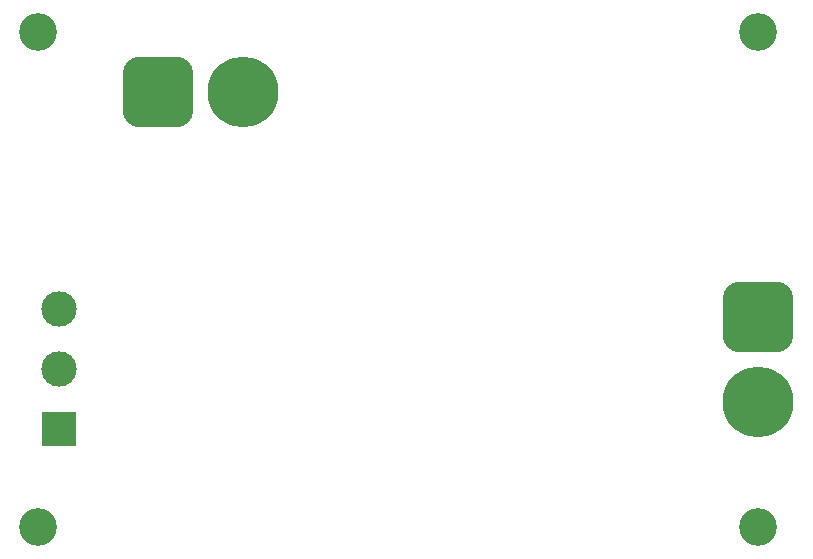
<source format=gbs>
G04 #@! TF.GenerationSoftware,KiCad,Pcbnew,6.0.9-8da3e8f707~116~ubuntu22.04.1*
G04 #@! TF.CreationDate,2022-12-04T14:32:32+01:00*
G04 #@! TF.ProjectId,pcb_15V,7063625f-3135-4562-9e6b-696361645f70,rev?*
G04 #@! TF.SameCoordinates,Original*
G04 #@! TF.FileFunction,Soldermask,Bot*
G04 #@! TF.FilePolarity,Negative*
%FSLAX46Y46*%
G04 Gerber Fmt 4.6, Leading zero omitted, Abs format (unit mm)*
G04 Created by KiCad (PCBNEW 6.0.9-8da3e8f707~116~ubuntu22.04.1) date 2022-12-04 14:32:32*
%MOMM*%
%LPD*%
G01*
G04 APERTURE LIST*
G04 Aperture macros list*
%AMRoundRect*
0 Rectangle with rounded corners*
0 $1 Rounding radius*
0 $2 $3 $4 $5 $6 $7 $8 $9 X,Y pos of 4 corners*
0 Add a 4 corners polygon primitive as box body*
4,1,4,$2,$3,$4,$5,$6,$7,$8,$9,$2,$3,0*
0 Add four circle primitives for the rounded corners*
1,1,$1+$1,$2,$3*
1,1,$1+$1,$4,$5*
1,1,$1+$1,$6,$7*
1,1,$1+$1,$8,$9*
0 Add four rect primitives between the rounded corners*
20,1,$1+$1,$2,$3,$4,$5,0*
20,1,$1+$1,$4,$5,$6,$7,0*
20,1,$1+$1,$6,$7,$8,$9,0*
20,1,$1+$1,$8,$9,$2,$3,0*%
G04 Aperture macros list end*
%ADD10C,3.000000*%
%ADD11R,3.000000X3.000000*%
%ADD12RoundRect,1.500000X-1.500000X-1.500000X1.500000X-1.500000X1.500000X1.500000X-1.500000X1.500000X0*%
%ADD13C,6.000000*%
%ADD14C,3.200000*%
%ADD15RoundRect,1.500000X-1.500000X1.500000X-1.500000X-1.500000X1.500000X-1.500000X1.500000X1.500000X0*%
G04 APERTURE END LIST*
D10*
X89408000Y-52705000D03*
X89408000Y-57785000D03*
D11*
X89408000Y-62865000D03*
D12*
X97790000Y-34290000D03*
D13*
X104990000Y-34290000D03*
D14*
X148590000Y-29210000D03*
D15*
X148590000Y-53340000D03*
D13*
X148590000Y-60540000D03*
D14*
X87630000Y-71120000D03*
X87630000Y-29210000D03*
X148590000Y-71120000D03*
M02*

</source>
